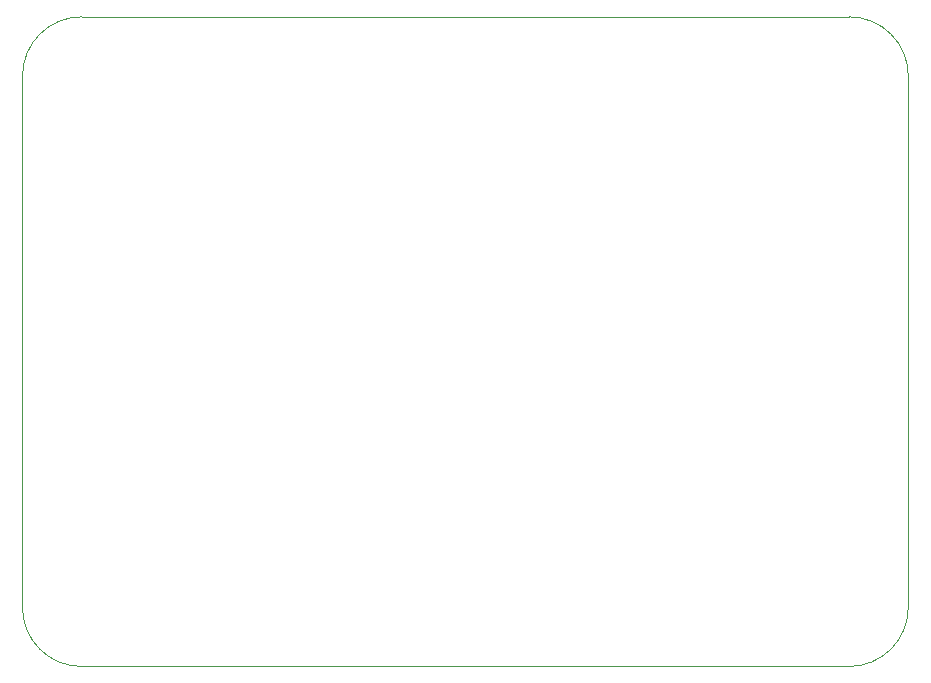
<source format=gbr>
%TF.GenerationSoftware,KiCad,Pcbnew,(5.1.6-0)*%
%TF.CreationDate,2023-04-07T14:01:51-07:00*%
%TF.ProjectId,input_buffer_bal_XLR,696e7075-745f-4627-9566-6665725f6261,rev?*%
%TF.SameCoordinates,Original*%
%TF.FileFunction,Profile,NP*%
%FSLAX46Y46*%
G04 Gerber Fmt 4.6, Leading zero omitted, Abs format (unit mm)*
G04 Created by KiCad (PCBNEW (5.1.6-0)) date 2023-04-07 14:01:51*
%MOMM*%
%LPD*%
G01*
G04 APERTURE LIST*
%TA.AperFunction,Profile*%
%ADD10C,0.050000*%
%TD*%
G04 APERTURE END LIST*
D10*
X160000000Y-152500000D02*
G75*
G02*
X155000000Y-157500000I-5000000J0D01*
G01*
X90000000Y-157500000D02*
G75*
G02*
X85000000Y-152500000I0J5000000D01*
G01*
X85000000Y-107500000D02*
G75*
G02*
X90000000Y-102500000I5000000J0D01*
G01*
X155000000Y-102500000D02*
G75*
G02*
X160000000Y-107500000I0J-5000000D01*
G01*
X85000000Y-152500000D02*
X85000000Y-107500000D01*
X155000000Y-102500000D02*
X90000000Y-102500000D01*
X160000000Y-152500000D02*
X160000000Y-107500000D01*
X90000000Y-157500000D02*
X155000000Y-157500000D01*
M02*

</source>
